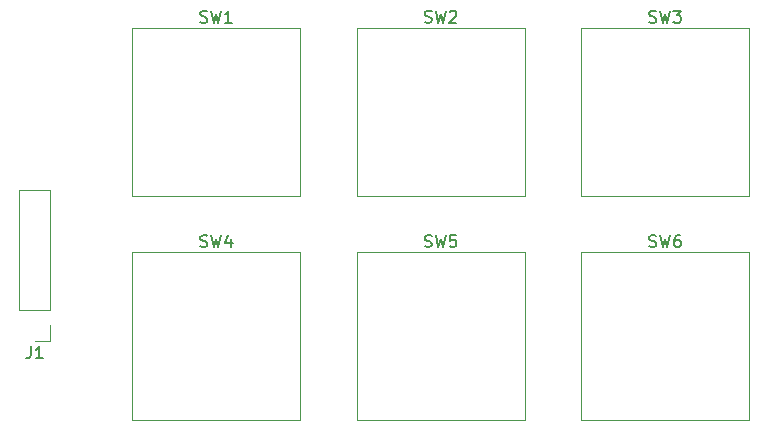
<source format=gbr>
%TF.GenerationSoftware,KiCad,Pcbnew,8.0.0*%
%TF.CreationDate,2024-03-12T01:26:03-04:00*%
%TF.ProjectId,mediaKeeb_V1,6d656469-614b-4656-9562-5f56312e6b69,rev?*%
%TF.SameCoordinates,Original*%
%TF.FileFunction,Legend,Top*%
%TF.FilePolarity,Positive*%
%FSLAX46Y46*%
G04 Gerber Fmt 4.6, Leading zero omitted, Abs format (unit mm)*
G04 Created by KiCad (PCBNEW 8.0.0) date 2024-03-12 01:26:03*
%MOMM*%
%LPD*%
G01*
G04 APERTURE LIST*
%ADD10C,0.150000*%
%ADD11C,0.120000*%
G04 APERTURE END LIST*
D10*
X156117917Y-73837200D02*
X156260774Y-73884819D01*
X156260774Y-73884819D02*
X156498869Y-73884819D01*
X156498869Y-73884819D02*
X156594107Y-73837200D01*
X156594107Y-73837200D02*
X156641726Y-73789580D01*
X156641726Y-73789580D02*
X156689345Y-73694342D01*
X156689345Y-73694342D02*
X156689345Y-73599104D01*
X156689345Y-73599104D02*
X156641726Y-73503866D01*
X156641726Y-73503866D02*
X156594107Y-73456247D01*
X156594107Y-73456247D02*
X156498869Y-73408628D01*
X156498869Y-73408628D02*
X156308393Y-73361009D01*
X156308393Y-73361009D02*
X156213155Y-73313390D01*
X156213155Y-73313390D02*
X156165536Y-73265771D01*
X156165536Y-73265771D02*
X156117917Y-73170533D01*
X156117917Y-73170533D02*
X156117917Y-73075295D01*
X156117917Y-73075295D02*
X156165536Y-72980057D01*
X156165536Y-72980057D02*
X156213155Y-72932438D01*
X156213155Y-72932438D02*
X156308393Y-72884819D01*
X156308393Y-72884819D02*
X156546488Y-72884819D01*
X156546488Y-72884819D02*
X156689345Y-72932438D01*
X157022679Y-72884819D02*
X157260774Y-73884819D01*
X157260774Y-73884819D02*
X157451250Y-73170533D01*
X157451250Y-73170533D02*
X157641726Y-73884819D01*
X157641726Y-73884819D02*
X157879822Y-72884819D01*
X158689345Y-72884819D02*
X158498869Y-72884819D01*
X158498869Y-72884819D02*
X158403631Y-72932438D01*
X158403631Y-72932438D02*
X158356012Y-72980057D01*
X158356012Y-72980057D02*
X158260774Y-73122914D01*
X158260774Y-73122914D02*
X158213155Y-73313390D01*
X158213155Y-73313390D02*
X158213155Y-73694342D01*
X158213155Y-73694342D02*
X158260774Y-73789580D01*
X158260774Y-73789580D02*
X158308393Y-73837200D01*
X158308393Y-73837200D02*
X158403631Y-73884819D01*
X158403631Y-73884819D02*
X158594107Y-73884819D01*
X158594107Y-73884819D02*
X158689345Y-73837200D01*
X158689345Y-73837200D02*
X158736964Y-73789580D01*
X158736964Y-73789580D02*
X158784583Y-73694342D01*
X158784583Y-73694342D02*
X158784583Y-73456247D01*
X158784583Y-73456247D02*
X158736964Y-73361009D01*
X158736964Y-73361009D02*
X158689345Y-73313390D01*
X158689345Y-73313390D02*
X158594107Y-73265771D01*
X158594107Y-73265771D02*
X158403631Y-73265771D01*
X158403631Y-73265771D02*
X158308393Y-73313390D01*
X158308393Y-73313390D02*
X158260774Y-73361009D01*
X158260774Y-73361009D02*
X158213155Y-73456247D01*
X137117917Y-73837200D02*
X137260774Y-73884819D01*
X137260774Y-73884819D02*
X137498869Y-73884819D01*
X137498869Y-73884819D02*
X137594107Y-73837200D01*
X137594107Y-73837200D02*
X137641726Y-73789580D01*
X137641726Y-73789580D02*
X137689345Y-73694342D01*
X137689345Y-73694342D02*
X137689345Y-73599104D01*
X137689345Y-73599104D02*
X137641726Y-73503866D01*
X137641726Y-73503866D02*
X137594107Y-73456247D01*
X137594107Y-73456247D02*
X137498869Y-73408628D01*
X137498869Y-73408628D02*
X137308393Y-73361009D01*
X137308393Y-73361009D02*
X137213155Y-73313390D01*
X137213155Y-73313390D02*
X137165536Y-73265771D01*
X137165536Y-73265771D02*
X137117917Y-73170533D01*
X137117917Y-73170533D02*
X137117917Y-73075295D01*
X137117917Y-73075295D02*
X137165536Y-72980057D01*
X137165536Y-72980057D02*
X137213155Y-72932438D01*
X137213155Y-72932438D02*
X137308393Y-72884819D01*
X137308393Y-72884819D02*
X137546488Y-72884819D01*
X137546488Y-72884819D02*
X137689345Y-72932438D01*
X138022679Y-72884819D02*
X138260774Y-73884819D01*
X138260774Y-73884819D02*
X138451250Y-73170533D01*
X138451250Y-73170533D02*
X138641726Y-73884819D01*
X138641726Y-73884819D02*
X138879822Y-72884819D01*
X139736964Y-72884819D02*
X139260774Y-72884819D01*
X139260774Y-72884819D02*
X139213155Y-73361009D01*
X139213155Y-73361009D02*
X139260774Y-73313390D01*
X139260774Y-73313390D02*
X139356012Y-73265771D01*
X139356012Y-73265771D02*
X139594107Y-73265771D01*
X139594107Y-73265771D02*
X139689345Y-73313390D01*
X139689345Y-73313390D02*
X139736964Y-73361009D01*
X139736964Y-73361009D02*
X139784583Y-73456247D01*
X139784583Y-73456247D02*
X139784583Y-73694342D01*
X139784583Y-73694342D02*
X139736964Y-73789580D01*
X139736964Y-73789580D02*
X139689345Y-73837200D01*
X139689345Y-73837200D02*
X139594107Y-73884819D01*
X139594107Y-73884819D02*
X139356012Y-73884819D01*
X139356012Y-73884819D02*
X139260774Y-73837200D01*
X139260774Y-73837200D02*
X139213155Y-73789580D01*
X118117917Y-73837200D02*
X118260774Y-73884819D01*
X118260774Y-73884819D02*
X118498869Y-73884819D01*
X118498869Y-73884819D02*
X118594107Y-73837200D01*
X118594107Y-73837200D02*
X118641726Y-73789580D01*
X118641726Y-73789580D02*
X118689345Y-73694342D01*
X118689345Y-73694342D02*
X118689345Y-73599104D01*
X118689345Y-73599104D02*
X118641726Y-73503866D01*
X118641726Y-73503866D02*
X118594107Y-73456247D01*
X118594107Y-73456247D02*
X118498869Y-73408628D01*
X118498869Y-73408628D02*
X118308393Y-73361009D01*
X118308393Y-73361009D02*
X118213155Y-73313390D01*
X118213155Y-73313390D02*
X118165536Y-73265771D01*
X118165536Y-73265771D02*
X118117917Y-73170533D01*
X118117917Y-73170533D02*
X118117917Y-73075295D01*
X118117917Y-73075295D02*
X118165536Y-72980057D01*
X118165536Y-72980057D02*
X118213155Y-72932438D01*
X118213155Y-72932438D02*
X118308393Y-72884819D01*
X118308393Y-72884819D02*
X118546488Y-72884819D01*
X118546488Y-72884819D02*
X118689345Y-72932438D01*
X119022679Y-72884819D02*
X119260774Y-73884819D01*
X119260774Y-73884819D02*
X119451250Y-73170533D01*
X119451250Y-73170533D02*
X119641726Y-73884819D01*
X119641726Y-73884819D02*
X119879822Y-72884819D01*
X120689345Y-73218152D02*
X120689345Y-73884819D01*
X120451250Y-72837200D02*
X120213155Y-73551485D01*
X120213155Y-73551485D02*
X120832202Y-73551485D01*
X156117917Y-54837200D02*
X156260774Y-54884819D01*
X156260774Y-54884819D02*
X156498869Y-54884819D01*
X156498869Y-54884819D02*
X156594107Y-54837200D01*
X156594107Y-54837200D02*
X156641726Y-54789580D01*
X156641726Y-54789580D02*
X156689345Y-54694342D01*
X156689345Y-54694342D02*
X156689345Y-54599104D01*
X156689345Y-54599104D02*
X156641726Y-54503866D01*
X156641726Y-54503866D02*
X156594107Y-54456247D01*
X156594107Y-54456247D02*
X156498869Y-54408628D01*
X156498869Y-54408628D02*
X156308393Y-54361009D01*
X156308393Y-54361009D02*
X156213155Y-54313390D01*
X156213155Y-54313390D02*
X156165536Y-54265771D01*
X156165536Y-54265771D02*
X156117917Y-54170533D01*
X156117917Y-54170533D02*
X156117917Y-54075295D01*
X156117917Y-54075295D02*
X156165536Y-53980057D01*
X156165536Y-53980057D02*
X156213155Y-53932438D01*
X156213155Y-53932438D02*
X156308393Y-53884819D01*
X156308393Y-53884819D02*
X156546488Y-53884819D01*
X156546488Y-53884819D02*
X156689345Y-53932438D01*
X157022679Y-53884819D02*
X157260774Y-54884819D01*
X157260774Y-54884819D02*
X157451250Y-54170533D01*
X157451250Y-54170533D02*
X157641726Y-54884819D01*
X157641726Y-54884819D02*
X157879822Y-53884819D01*
X158165536Y-53884819D02*
X158784583Y-53884819D01*
X158784583Y-53884819D02*
X158451250Y-54265771D01*
X158451250Y-54265771D02*
X158594107Y-54265771D01*
X158594107Y-54265771D02*
X158689345Y-54313390D01*
X158689345Y-54313390D02*
X158736964Y-54361009D01*
X158736964Y-54361009D02*
X158784583Y-54456247D01*
X158784583Y-54456247D02*
X158784583Y-54694342D01*
X158784583Y-54694342D02*
X158736964Y-54789580D01*
X158736964Y-54789580D02*
X158689345Y-54837200D01*
X158689345Y-54837200D02*
X158594107Y-54884819D01*
X158594107Y-54884819D02*
X158308393Y-54884819D01*
X158308393Y-54884819D02*
X158213155Y-54837200D01*
X158213155Y-54837200D02*
X158165536Y-54789580D01*
X137117917Y-54837200D02*
X137260774Y-54884819D01*
X137260774Y-54884819D02*
X137498869Y-54884819D01*
X137498869Y-54884819D02*
X137594107Y-54837200D01*
X137594107Y-54837200D02*
X137641726Y-54789580D01*
X137641726Y-54789580D02*
X137689345Y-54694342D01*
X137689345Y-54694342D02*
X137689345Y-54599104D01*
X137689345Y-54599104D02*
X137641726Y-54503866D01*
X137641726Y-54503866D02*
X137594107Y-54456247D01*
X137594107Y-54456247D02*
X137498869Y-54408628D01*
X137498869Y-54408628D02*
X137308393Y-54361009D01*
X137308393Y-54361009D02*
X137213155Y-54313390D01*
X137213155Y-54313390D02*
X137165536Y-54265771D01*
X137165536Y-54265771D02*
X137117917Y-54170533D01*
X137117917Y-54170533D02*
X137117917Y-54075295D01*
X137117917Y-54075295D02*
X137165536Y-53980057D01*
X137165536Y-53980057D02*
X137213155Y-53932438D01*
X137213155Y-53932438D02*
X137308393Y-53884819D01*
X137308393Y-53884819D02*
X137546488Y-53884819D01*
X137546488Y-53884819D02*
X137689345Y-53932438D01*
X138022679Y-53884819D02*
X138260774Y-54884819D01*
X138260774Y-54884819D02*
X138451250Y-54170533D01*
X138451250Y-54170533D02*
X138641726Y-54884819D01*
X138641726Y-54884819D02*
X138879822Y-53884819D01*
X139213155Y-53980057D02*
X139260774Y-53932438D01*
X139260774Y-53932438D02*
X139356012Y-53884819D01*
X139356012Y-53884819D02*
X139594107Y-53884819D01*
X139594107Y-53884819D02*
X139689345Y-53932438D01*
X139689345Y-53932438D02*
X139736964Y-53980057D01*
X139736964Y-53980057D02*
X139784583Y-54075295D01*
X139784583Y-54075295D02*
X139784583Y-54170533D01*
X139784583Y-54170533D02*
X139736964Y-54313390D01*
X139736964Y-54313390D02*
X139165536Y-54884819D01*
X139165536Y-54884819D02*
X139784583Y-54884819D01*
X118107917Y-54837200D02*
X118250774Y-54884819D01*
X118250774Y-54884819D02*
X118488869Y-54884819D01*
X118488869Y-54884819D02*
X118584107Y-54837200D01*
X118584107Y-54837200D02*
X118631726Y-54789580D01*
X118631726Y-54789580D02*
X118679345Y-54694342D01*
X118679345Y-54694342D02*
X118679345Y-54599104D01*
X118679345Y-54599104D02*
X118631726Y-54503866D01*
X118631726Y-54503866D02*
X118584107Y-54456247D01*
X118584107Y-54456247D02*
X118488869Y-54408628D01*
X118488869Y-54408628D02*
X118298393Y-54361009D01*
X118298393Y-54361009D02*
X118203155Y-54313390D01*
X118203155Y-54313390D02*
X118155536Y-54265771D01*
X118155536Y-54265771D02*
X118107917Y-54170533D01*
X118107917Y-54170533D02*
X118107917Y-54075295D01*
X118107917Y-54075295D02*
X118155536Y-53980057D01*
X118155536Y-53980057D02*
X118203155Y-53932438D01*
X118203155Y-53932438D02*
X118298393Y-53884819D01*
X118298393Y-53884819D02*
X118536488Y-53884819D01*
X118536488Y-53884819D02*
X118679345Y-53932438D01*
X119012679Y-53884819D02*
X119250774Y-54884819D01*
X119250774Y-54884819D02*
X119441250Y-54170533D01*
X119441250Y-54170533D02*
X119631726Y-54884819D01*
X119631726Y-54884819D02*
X119869822Y-53884819D01*
X120774583Y-54884819D02*
X120203155Y-54884819D01*
X120488869Y-54884819D02*
X120488869Y-53884819D01*
X120488869Y-53884819D02*
X120393631Y-54027676D01*
X120393631Y-54027676D02*
X120298393Y-54122914D01*
X120298393Y-54122914D02*
X120203155Y-54170533D01*
X103747916Y-82304819D02*
X103747916Y-83019104D01*
X103747916Y-83019104D02*
X103700297Y-83161961D01*
X103700297Y-83161961D02*
X103605059Y-83257200D01*
X103605059Y-83257200D02*
X103462202Y-83304819D01*
X103462202Y-83304819D02*
X103366964Y-83304819D01*
X104747916Y-83304819D02*
X104176488Y-83304819D01*
X104462202Y-83304819D02*
X104462202Y-82304819D01*
X104462202Y-82304819D02*
X104366964Y-82447676D01*
X104366964Y-82447676D02*
X104271726Y-82542914D01*
X104271726Y-82542914D02*
X104176488Y-82590533D01*
D11*
%TO.C,SW6*%
X150351250Y-74330000D02*
X150351250Y-88530000D01*
X150351250Y-88530000D02*
X164551250Y-88530000D01*
X164551250Y-88530000D02*
X164551250Y-74330000D01*
X164551250Y-74330000D02*
X150351250Y-74330000D01*
%TO.C,SW5*%
X145551250Y-74330000D02*
X131351250Y-74330000D01*
X145551250Y-88530000D02*
X145551250Y-74330000D01*
X131351250Y-88530000D02*
X145551250Y-88530000D01*
X131351250Y-74330000D02*
X131351250Y-88530000D01*
%TO.C,SW4*%
X126551250Y-74330000D02*
X112351250Y-74330000D01*
X126551250Y-88530000D02*
X126551250Y-74330000D01*
X112351250Y-88530000D02*
X126551250Y-88530000D01*
X112351250Y-74330000D02*
X112351250Y-88530000D01*
%TO.C,SW3*%
X150351250Y-55330000D02*
X150351250Y-69530000D01*
X150351250Y-69530000D02*
X164551250Y-69530000D01*
X164551250Y-69530000D02*
X164551250Y-55330000D01*
X164551250Y-55330000D02*
X150351250Y-55330000D01*
%TO.C,SW2*%
X145551250Y-55330000D02*
X131351250Y-55330000D01*
X145551250Y-69530000D02*
X145551250Y-55330000D01*
X131351250Y-69530000D02*
X145551250Y-69530000D01*
X131351250Y-55330000D02*
X131351250Y-69530000D01*
%TO.C,SW1*%
X126541250Y-55330000D02*
X112341250Y-55330000D01*
X126541250Y-69530000D02*
X126541250Y-55330000D01*
X112341250Y-69530000D02*
X126541250Y-69530000D01*
X112341250Y-55330000D02*
X112341250Y-69530000D01*
%TO.C,J1*%
X105411250Y-81850000D02*
X104081250Y-81850000D01*
X105411250Y-80520000D02*
X105411250Y-81850000D01*
X105411250Y-79250000D02*
X105411250Y-69030000D01*
X105411250Y-79250000D02*
X102751250Y-79250000D01*
X105411250Y-69030000D02*
X102751250Y-69030000D01*
X102751250Y-79250000D02*
X102751250Y-69030000D01*
%TD*%
M02*

</source>
